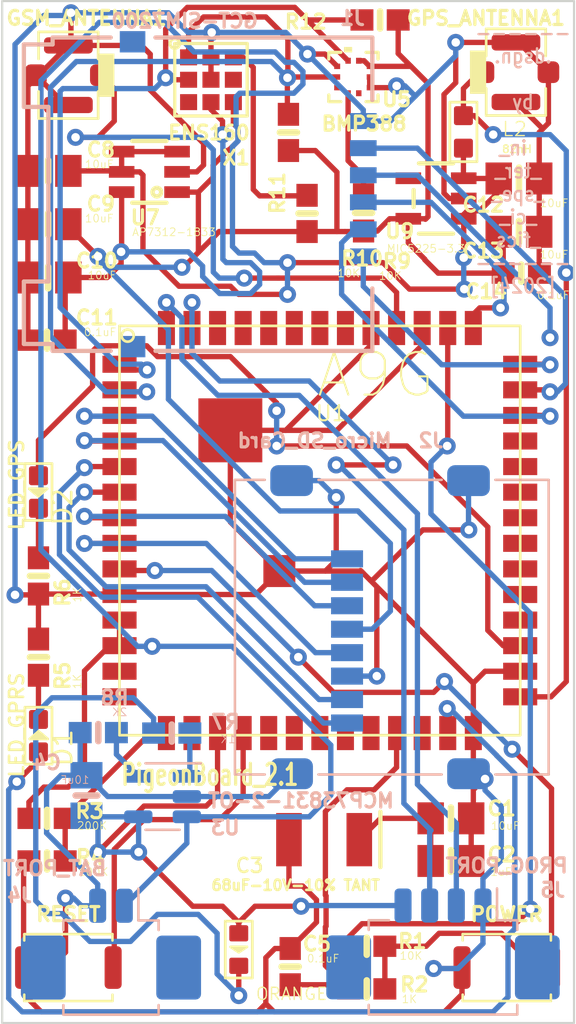
<source format=kicad_pcb>
(kicad_pcb (version 20221018) (generator pcbnew)
  (layers (0 "F.Cu" signal) (31 "B.Cu" signal) (34 "B.Paste" user) (35 "F.Paste" user) (36 "B.SilkS" user "B.Silkscreen") (37 "F.SilkS" user "F.Silkscreen") (38 "B.Mask" user) (39 "F.Mask" user) (44 "Edge.Cuts" user))
  (net 0 "")
  (net 1 "GND")
  (net 2 "/VIN_BAT")
  (net 3 "/IO29")
  (net 4 "/SD_D3")
  (net 5 "/SD_D2")
  (net 6 "/SD_CMD")
  (net 7 "3.3V")
  (net 8 "/SD_CLK")
  (net 9 "/SD_D0")
  (net 10 "/SD_D1")
  (net 11 "/GPS_RF")
  (net 12 "/UART_TX")
  (net 13 "/UART_RX")
  (net 14 "/ADC0")
  (net 15 "/RESET")
  (net 19 "/I2C2_SDA")
  (net 20 "/I2C2_SCL")
  (net 24 "+BATT")
  (net 31 "/SIM_DATA")
  (net 32 "/SIM_VDD")
  (net 33 "/SIM_CLK")
  (net 34 "/SIM_RST")
  (net 35 "/GSM_RF")
  (net 43 "1.8V")
  (net 44 "/PWR_KEY")
  (net 52 "/IO27")
  (net 53 "/IO28")
  (net 55 "Net-(D1-Pad-)")
  (net 56 "Net-(D2-Pad-)")
  (net 57 "+5V")
  (net 58 "Net-(CHG1-Pad-)")
  (net 59 "/VIO")
  (net 60 "Net-(U3-STAT)")
  (net 61 "Net-(U3-PROG)")
  (net 63 "Net-(U5-CSB)")
  (net 64 "Net-(X1-~{CS})")
  (net 65 "/SIM_VPP_UNCONN")
  (footprint "Adafruit ENS160:ENS160" (layer "F.Cu") (at 85.691 56.354)
    (fp_text reference "X1")
    (fp_text value "ENS160")
  )
  (footprint "Adafruit BMP388:0603-NO" (layer "F.Cu") (at 78 93 180)
    (fp_text reference "R4")
    (fp_text value "100K")
  )
  (footprint "Maduino Zero A9G GPS Tracker v3.3:4P-U-FL" (layer "F.Cu") (at 100 56)
    (fp_text reference "GPS_ANTENNA1")
    (fp_text value "ANTENNA-U-FL")
  )
  (footprint "Adafruit BMP388:0603-NO" (layer "F.Cu") (at 77.597 79.629 90)
    (fp_text reference "R6")
    (fp_text value "1K")
  )
  (footprint "Adafruit BMP388:0603-NO" (layer "F.Cu") (at 90.2 62.625 -90)
    (fp_text reference "R10")
    (fp_text value "10K")
  )
  (footprint "Adafruit BMP388:0603-NO" (layer "F.Cu") (at 89.408 97.956 90)
    (fp_text reference "C5")
    (fp_text value "0.1uF")
  )
  (footprint "Button_Switch_SMD:SW_Push_SPST_NO_Alps_SKRK" (layer "F.Cu") (at 79 98 180)
    (fp_text reference "SW_RST1" hide)
    (fp_text value "RESET")
  )
  (footprint "Adafruit BMP388:0805-NO" (layer "F.Cu") (at 100.142 60.985392)
    (fp_text reference "C12")
    (fp_text value "10uF")
  )
  (footprint "Adafruit BMP388:0603-NO" (layer "F.Cu") (at 78 91)
    (fp_text reference "R3")
    (fp_text value "200K")
  )
  (footprint "Adafruit BMP388:0603-NO" (layer "F.Cu") (at 92.85 62.6 -90)
    (fp_text reference "R9")
    (fp_text value "10K")
  )
  (footprint "Adafruit ENS160:SOT23-6" (layer "F.Cu") (at 82.8 60.675 90)
    (fp_text reference "U7")
    (fp_text value "AP7312-1833")
  )
  (footprint "Adafruit BMP388:0603-NO" (layer "F.Cu") (at 77.597 83.439 -90)
    (fp_text reference "R5")
    (fp_text value "1K")
  )
  (footprint "Maduino Zero A9G GPS Tracker v3.3:LED-0603" (layer "F.Cu") (at 77.597 75.692 -90)
    (fp_text reference "D2")
    (fp_text value "LED_GPS")
  )
  (footprint "Adafruit BMP388:SOT23-5" (layer "F.Cu") (at 96.2499 61.925 90)
    (fp_text reference "U9")
    (fp_text value "MIC5225-3.3")
  )
  (footprint "Adafruit ENS160:0805-NO" (layer "F.Cu") (at 78.05 63.13 180)
    (fp_text reference "C9")
    (fp_text value "10uF")
  )
  (footprint "Adafruit ENS160:0603-NO" (layer "F.Cu") (at 78 68.57 180)
    (fp_text reference "C11")
    (fp_text value "0.1uF")
  )
  (footprint "Adafruit BMP388:0603-NO" (layer "F.Cu") (at 93.625 53.55)
    (fp_text reference "R12")
    (fp_text value "4.7K")
  )
  (footprint "Adafruit BMP388:0603-NO" (layer "F.Cu") (at 93 97 180)
    (fp_text reference "R1")
    (fp_text value "10K")
  )
  (footprint "Adafruit BMP388:0603-NO" (layer "F.Cu") (at 100.252 65.425392)
    (fp_text reference "C14")
    (fp_text value "0.1uF")
  )
  (footprint "Adafruit ENS160:0805-NO" (layer "F.Cu") (at 78.05 65.63 180)
    (fp_text reference "C10")
    (fp_text value "10uF")
  )
  (footprint "Maduino Zero A9G GPS Tracker v3.3:EIA3528" (layer "F.Cu") (at 91 92)
    (fp_text reference "C3")
    (fp_text value "68uF-10V-10% TANT")
  )
  (footprint "Adafruit BMP388:0805-NO" (layer "F.Cu") (at 96.95 93 180)
    (fp_text reference "C2")
    (fp_text value "1uF")
  )
  (footprint "Adafruit BMP388:0603-NO" (layer "F.Cu") (at 93 99)
    (fp_text reference "R2")
    (fp_text value "1K")
  )
  (footprint "Adafruit ENS160:0805-NO" (layer "F.Cu") (at 78.05 60.63 180)
    (fp_text reference "C8")
    (fp_text value "10uF")
  )
  (footprint "Maduino Zero A9G GPS Tracker v3.3:L0603" (layer "F.Cu") (at 97.536 58.801 -90)
    (fp_text reference "L2")
    (fp_text value "82nH")
  )
  (footprint "Adafruit BMP388:0805-NO" (layer "F.Cu") (at 100.142 63.485392)
    (fp_text reference "C13")
    (fp_text value "10uF")
  )
  (footprint "footprints:QFN_BMP388_BOS" (layer "F.Cu") (at 92.375 56.225)
    (fp_text reference "U5")
    (fp_text value "BMP388")
  )
  (footprint "Maduino Zero A9G GPS Tracker v3.3:4P-U-FL" (layer "F.Cu") (at 79 56.141642 180)
    (fp_text reference "GSM_ANTENNA1")
    (fp_text value "ANTENNA-U-FL")
  )
  (footprint "Maduino Zero A9G GPS Tracker v3.3:A9G" (layer "F.Cu") (at 90.8 77.5)
    (fp_text reference "U1")
    (fp_text value "A9G")
  )
  (footprint "Adafruit BMP388:0805-NO" (layer "F.Cu") (at 96.95 91 180)
    (fp_text reference "C1")
    (fp_text value "10uF")
  )
  (footprint "Button_Switch_SMD:SW_Push_SPST_NO_Alps_SKRK" (layer "F.Cu") (at 99.569479 98 180)
    (fp_text reference "SW_POW1" hide)
    (fp_text value "POWER")
  )
  (footprint "Adafruit BMP388:0603-NO" (layer "F.Cu") (at 89.325 58.825 -90)
    (fp_text reference "R11")
    (fp_text value "4.7K")
  )
  (footprint "Maduino Zero A9G GPS Tracker v3.3:LED-0603" (layer "F.Cu") (at 77.597 87.122 90)
    (fp_text reference "D1")
    (fp_text value "LED_GPRS")
  )
  (footprint "Maduino Zero A9G GPS Tracker v3.3:D0603" (layer "F.Cu") (at 86.995 97.155 -90)
    (fp_text reference "CHG1")
    (fp_text value "ORANGE")
  )
  (footprint "sim7200:GCT_SIM7200-6-0-18-00-X_REVA" (layer "B.Cu") (at 85.087 61.723 -90)
    (fp_text reference "J1")
    (fp_text value "SIM7200-6-0-18-00-X_REVA")
  )
  (footprint "Connector_Molex:Molex_PicoBlade_53261-0471_1x04-1MP_P1.25mm_Horizontal" (layer "B.Cu") (at 96.577191 97.491398 180)
    (fp_text reference "J5")
    (fp_text value "PROG_PORT")
  )
  (footprint "Connector_Molex:Molex_PicoBlade_53261-0271_1x02-1MP_P1.25mm_Horizontal" (layer "B.Cu") (at 81 97.5 180)
    (fp_text reference "J4")
    (fp_text value "BAT_PORT")
  )
  (footprint "Adafruit BMP388:0805-NO" (layer "B.Cu") (at 79.85 89.929227 -90)
    (fp_text reference "C4")
    (fp_text value "10uF")
  )
  (footprint "Connector_Card:microSD_HC_Molex_47219-2001" (layer "B.Cu") (at 94.175 82.033 -90)
    (fp_text reference "J2")
    (fp_text value "Micro_SD_Card")
  )
  (footprint "Package_TO_SOT_SMD:SOT-23-5" (layer "B.Cu") (at 83.420188 89.978133 180)
    (fp_text reference "U3")
    (fp_text value "MCP73831-2-OT")
  )
  (footprint "Adafruit BMP388:0603-NO" (layer "B.Cu") (at 80.404275 86.978523 180)
    (fp_text reference "R8")
    (fp_text value "2K")
  )
  (footprint "Adafruit BMP388:0603-NO" (layer "B.Cu") (at 83.85 87)
    (fp_text reference "R7")
    (fp_text value "1K")
  )
  (gr_rect (start 75.895 52.663278) (end 102.725 100.6) (stroke (width 0.1)) (fill none) (layer "Edge.Cuts"))
  (gr_text "------\n.dsgn.\n\n  by  \n\n  in_\n _ter_\n _spe_\n _ci_\n _fics\n------\n[2024]" (at 100.33 66.421) (layer "B.SilkS") (effects (font (size 0.67 0.6) (thickness 0.11) bold) (justify bottom mirror)))
  (gr_text "PigeonBoard_2.1" (at 81.407 89.535) (layer "F.SilkS") (effects (font (size 0.99 0.66)) (justify left bottom)))
  (segment (start 86.6 77.1) (end 88.9 79.4) (width 0.25) (layer "F.Cu") (net 1))
  (segment (start 98.552 89.154) (end 98.508 89.154) (width 0.25) (layer "F.Cu") (net 1))
  (segment (start 88.9 79.4) (end 91.059 79.4) (width 0.25) (layer "F.Cu") (net 1))
  (segment (start 98 88.602) (end 98 88.519) (width 0.25) (layer "F.Cu") (net 1))
  (segment (start 100 54.603) (end 100.127 54.603) (width 0.25) (layer "F.Cu") (net 1))
  (segment (start 88.265 99.695) (end 87.884 100.076) (width 0.25) (layer "F.Cu") (net 1))
  (segment (start 93.472 80.137) (end 97.987 84.652) (width 0.25) (layer "F.Cu") (net 1))
  (segment (start 81.379 80.479) (end 81.4 80.5) (width 0.25) (layer "F.Cu") (net 1))
  (segment (start 98.508 89.154) (end 98 89.662) (width 0.25) (layer "F.Cu") (net 1))
  (segment (start 77.597 80.479) (end 81.379 80.479) (width 0.25) (layer "F.Cu") (net 1))
  (segment (start 85.691 55.304) (end 85.691 54.1675) (width 0.25) (layer "F.Cu") (net 1))
  (segment (start 78.873 57.538642) (end 77.476 56.141642) (width 0.25) (layer "F.Cu") (net 1))
  (segment (start 91.6 72.8) (end 89.2 72.8) (width 0.25) (layer "F.Cu") (net 1))
  (segment (start 100.127 54.603) (end 101.524 56) (width 0.25) (layer "F.Cu") (net 1))
  (segment (start 92.837 79.502) (end 92.735 79.4) (width 0.25) (layer "F.Cu") (net 1))
  (segment (start 76.4975 80.518) (end 77.558 80.518) (width 0.25) (layer "F.Cu") (net 1))
  (segment (start 85.691 55.304) (end 85.691 56.354) (width 0.25) (layer "F.Cu") (net 1))
  (segment (start 76.9 99.252) (end 76.9 98) (width 0.25) (layer "F.Cu") (net 1))
  (segment (start 93.2815 79.8195) (end 93.1545 79.8195) (width 0.25) (layer "F.Cu") (net 1))
  (segment (start 101.092 58.821244) (end 101.258122 58.655122) (width 0.25) (layer "F.Cu") (net 1))
  (segment (start 97.79 77.47) (end 95.631 77.47) (width 0.25) (layer "F.Cu") (net 1))
  (segment (start 97.175 56.493604) (end 96.625 57.043604) (width 0.25) (layer "F.Cu") (net 1))
  (segment (start 84.1 60.675) (end 85.025 60.675) (width 0.25) (layer "F.Cu") (net 1))
  (segment (start 93.472 84.328) (end 93.472 80.137) (width 0.25) (layer "F.Cu") (net 1))
  (segment (start 89.35 94.176) (end 89.994305 94.176) (width 0.25) (layer "F.Cu") (net 1))
  (segment (start 91.567 78.892) (end 91.059 79.4) (width 0.25) (layer "F.Cu") (net 1))
  (segment (start 95.6 68.8) (end 91.6 72.8) (width 0.25) (layer "F.Cu") (net 1))
  (segment (start 89.994305 94.176) (end 90.641 94.822695) (width 0.25) (layer "F.Cu") (net 1))
  (segment (start 88.265 97.536) (end 88.265 99.695) (width 0.25) (layer "F.Cu") (net 1))
  (segment (start 91.037199 55.1492) (end 91.613 55.725001) (width 0.25) (layer "F.Cu") (net 1))
  (segment (start 87.884 100.076) (end 77.724 100.076) (width 0.25) (layer "F.Cu") (net 1))
  (segment (start 77.1 56.644642) (end 77.603 56.141642) (width 0.25) (layer "F.Cu") (net 1))
  (segment (start 77.1 65.63) (end 77.1 68.52) (width 0.25) (layer "F.Cu") (net 1))
  (segment (start 77.1 63.13) (end 77.1 65.63) (width 0.25) (layer "F.Cu") (net 1))
  (segment (start 96.139 98.044) (end 97.425479 98.044) (width 0.25) (layer "F.Cu") (net 1))
  (segment (start 79.121 54.623642) (end 79 54.744642) (width 0.25) (layer "F.Cu") (net 1))
  (segment (start 77.558 80.518) (end 77.597 80.479) (width 0.25) (layer "F.Cu") (net 1))
  (segment (start 87.8 80.5) (end 88.9 79.4) (width 0.25) (layer "F.Cu") (net 1))
  (segment (start 89.408 97.106) (end 88.695 97.106) (width 0.25) (layer "F.Cu") (net 1))
  (segment (start 97.9 91) (end 97.9 93) (width 0.25) (layer "F.Cu") (net 1))
  (segment (start 90.641 94.822695) (end 90.641 95.873) (width 0.25) (layer "F.Cu") (net 1))
  (segment (start 82.430642 54.744642) (end 82.841 55.155) (width 0.25) (layer "F.Cu") (net 1))
  (segment (start 77.1 68.52) (end 77.15 68.57) (width 0.25) (layer "F.Cu") (net 1))
  (segment (start 79.121 53.213) (end 79.121 54.623642) (width 0.25) (layer "F.Cu") (net 1))
  (segment (start 98 89.662) (end 98 90.9) (width 0.25) (layer "F.Cu") (net 1))
  (segment (start 78.061 98) (end 76.9 98) (width 0.25) (layer "F.Cu") (net 1))
  (segment (start 86.6 72.8) (end 86.6 77.1) (width 0.25) (layer "F.Cu") (net 1))
  (segment (start 82.841 55.155) (end 82.841 56.83862) (width 0.25) (layer "F.Cu") (net 1))
  (segment (start 98 87) (end 98 88.519) (width 0.25) (layer "F.Cu") (net 1))
  (segment (start 96.625 61.675) (end 96.875 61.925) (width 0.25) (layer "F.Cu") (net 1))
  (segment (start 77.1 56.517642) (end 77.476 56.141642) (width 0.25) (layer "F.Cu") (net 1))
  (segment (start 92.837 79.502) (end 92.71 79.375) (width 0.25) (layer "F.Cu") (net 1))
  (segment (start 79 54.617642) (end 79 54.744642) (width 0.25) (layer "F.Cu") (net 1))
  (segment (start 76.9 93.25) (end 77.15 93) (width 0.25) (layer "F.Cu") (net 1))
  (segment (start 101.092 65.415392) (end 101.102 65.425392) (width 0.25) (layer "F.Cu") (net 1))
  (segment (start 85.344 60.356) (end 85.344 59.34162) (width 0.25) (layer "F.Cu") (net 1))
  (segment (start 77.597 82.589) (end 77.597 80.479) (width 0.25) (layer "F.Cu") (net 1))
  (segment (start 89.2 72.8) (end 86.6 72.8) (width 0.25) (layer "F.Cu") (net 1))
  (segment (start 94.317244 56.724999) (end 94.401415 56.640828) (width 0.25) (layer "F.Cu") (net 1))
  (segment (start 79 54.744642) (end 77.603 56.141642) (width 0.25) (layer "F.Cu") (net 1))
  (segment (start 97.469479 99.253521) (end 96.647 100.076) (width 0.25) (layer "F.Cu") (net 1))
  (segment (start 97.987 84.652) (end 98 84.652) (width 0.25) (layer "F.Cu") (net 1))
  (segment (start 79 57.538642) (end 78.873 57.538642) (width 0.25) (layer "F.Cu") (net 1))
  (segment (start 97.175 54.603) (end 97.175 56.493604) (width 0.25) (layer "F.Cu") (net 1))
  (segment (start 88.646 100.076) (end 88.265 99.695) (width 0.25) (layer "F.Cu") (net 1))
  (segment (start 98 84.652) (end 98.552 84.1) (width 0.25) (layer "F.Cu") (net 1))
  (segment (start 100.2 84.1) (end 98.552 84.1) (width 0.25) (layer "F.Cu") (net 1))
  (segment (start 97.425479 98.044) (end 97.469479 98) (width 0.25) (layer "F.Cu") (net 1))
  (segment (start 101.524 58.389244) (end 101.258122 58.655122) (width 0.25) (layer "F.Cu") (net 1))
  (segment (start 93.2 68.8) (end 89.2 72.8) (width 0.25) (layer "F.Cu") (net 1))
  (segment (start 78.867 97.282) (end 78.105 98.044) (width 0.25) (layer "F.Cu") (net 1))
  (segment (start 96.647 100.076) (end 88.646 100.076) (width 0.25) (layer "F.Cu") (net 1))
  (segment (start 101.092 60.985392) (end 101.092 63.485392) (width 0.25) (layer "F.Cu") (net 1))
  (segment (start 81.4 80.5) (end 87.8 80.5) (width 0.25) (layer "F.Cu") (net 1))
  (segment (start 97.175 54.603) (end 100 54.603) (width 0.25) (layer "F.Cu") (net 1))
  (segment (start 93.137 56.225) (end 93.137 56.724999) (width 0.25) (layer "F.Cu") (net 1))
  (segment (start 79 54.744642) (end 82.430642 54.744642) (width 0.25) (layer "F.Cu") (net 1))
  (segment (start 98 87) (end 98 84.652) (width 0.25) (layer "F.Cu") (net 1))
  (segment (start 77.1 60.63) (end 77.1 56.517642) (width 0.25) (layer "F.Cu") (net 1))
  (segment (start 88.695 97.106) (end 88.265 97.536) (width 0.25) (layer "F.Cu") (net 1))
  (segment (start 97.469479 98) (end 97.469479 99.253521) (width 0.25) (layer "F.Cu") (net 1))
  (segment (start 90.219811 55.1492) (end 91.037199 55.1492) (width 0.25) (layer "F.Cu") (net 1))
  (segment (start 101.524 56) (end 101.524 58.389244) (width 0.25) (layer "F.Cu") (net 1))
  (segment (start 96.875 61.925) (end 97.55 61.925) (width 0.25) (layer "F.Cu") (net 1))
  (segment (start 93.137 56.724999) (end 94.317244 56.724999) (width 0.25) (layer "F.Cu") (net 1))
  (segment (start 93.2 68) (end 93.2 68.8) (width 0.25) (layer "F.Cu") (net 1))
  (segment (start 91.567 75.946) (end 91.567 78.892) (width 0.25) (layer "F.Cu") (net 1))
  (segment (start 96.625 57.043604) (end 96.625 61.675) (width 0.25) (layer "F.Cu") (net 1))
  (segment (start 89.35 92) (end 89.35 94.176) (width 0.25) (layer "F.Cu") (net 1))
  (segment (start 98.552 89.154) (end 98 88.602) (width 0.25) (layer "F.Cu") (net 1))
  (segment (start 98 90.9) (end 97.9 91) (width 0.25) (layer "F.Cu") (net 1))
  (segment (start 76.9 98) (end 76.9 93.25) (width 0.25) (layer "F.Cu") (net 1))
  (segment (start 101.092 63.485392) (end 101.092 65.415392) (width 0.25) (layer "F.Cu") (net 1))
  (segment (start 95.631 77.47) (end 93.2815 79.8195) (width 0.25) (layer "F.Cu") (net 1))
  (segment (start 93.1545 79.8195) (end 92.837 79.502) (width 0.25) (layer "F.Cu") (net 1))
  (segment (start 77.724 100.076) (end 76.9 99.252) (width 0.25) (layer "F.Cu") (net 1))
  (segment (start 92.735 79.4) (end 91.059 79.4) (width 0.25) (layer "F.Cu") (net 1))
  (segment (start 101.258122 58.655122) (end 100 57.397) (width 0.25) (layer "F.Cu") (net 1))
  (segment (start 82.841 56.83862) (end 85.344 59.34162) (width 0.25) (layer "F.Cu") (net 1))
  (segment (start 77.1 60.63) (end 77.1 63.13) (width 0.25) (layer "F.Cu") (net 1))
  (segment (start 90.641 95.873) (end 89.408 97.106) (width 0.25) (layer "F.Cu") (net 1))
  (segment (start 95.6 68) (end 95.6 68.8) (width 0.25) (layer "F.Cu") (net 1))
  (segment (start 85.025 60.675) (end 85.344 60.356) (width 0.25) (layer "F.Cu") (net 1))
  (segment (start 85.691 54.1675) (end 85.725 54.1335) (width 0.25) (layer "F.Cu") (net 1))
  (segment (start 101.092 60.985392) (end 101.092 58.821244) (width 0.25) (layer "F.Cu") (net 1))
  (segment (start 93.472 80.137) (end 93.1545 79.8195) (width 0.25) (layer "F.Cu") (net 1))
  (segment (start 78.867 94.742) (end 78.867 97.282) (width 0.25) (layer "F.Cu") (net 1))
  (via (at 76.4975 80.518) (size 0.8) (drill 0.4) (layers "F.Cu" "B.Cu") (net 1))
  (via (at 94.401415 56.640828) (size 0.8) (drill 0.4) (layers "F.Cu" "B.Cu") (net 1))
  (via (at 98.552 89.154) (size 0.8) (drill 0.4) (layers "F.Cu" "B.Cu") (net 1))
  (via (at 96.139 98.044) (size 0.8) (drill 0.4) (layers "F.Cu" "B.Cu") (net 1))
  (via (at 97.175 54.603) (size 0.8) (drill 0.4) (layers "F.Cu" "B.Cu") (net 1))
  (via (at 78.867 94.742) (size 0.8) (drill 0.4) (layers "F.Cu" "B.Cu") (net 1))
  (via (at 91.567 75.946) (size 0.8) (drill 0.4) (layers "F.Cu" "B.Cu") (net 1))
  (via (at 79.121 53.213) (size 0.8) (drill 0.4) (layers "F.Cu" "B.Cu") (net 1))
  (via (at 93.472 84.328) (size 0.8) (drill 0.4) (layers "F.Cu" "B.Cu") (net 1))
  (via (at 85.725 54.1335) (size 0.8) (drill 0.4) (layers "F.Cu" "B.Cu") (net 1))
  (via (at 97.79 77.47) (size 0.8) (drill 0.4) (layers "F.Cu" "B.Cu") (net 1))
  (via (at 90.219811 55.1492) (size 0.8) (drill 0.4) (layers "F.Cu" "B.Cu") (net 1))
  (segment (start 98.452191 96.873809) (end 98.452191 95.091398) (width 0.25) (layer "B.Cu") (net 1))
  (segment (start 97.775 77.455) (end 97.79 77.47) (width 0.25) (layer "B.Cu") (net 1))
  (segment (start 85.725 54.1335) (end 89.2 54.1335) (width 0.25) (layer "B.Cu") (net 1))
  (segment (start 77.851 53.34) (end 78.994 53.34) (width 0.25) (layer "B.Cu") (net 1))
  (segment (start 98.021 89.154) (end 97.775 88.908) (width 0.25) (layer "B.Cu") (net 1))
  (segment (start 99.314 92.964) (end 98.452191 93.825809) (width 0.25) (layer "B.Cu") (net 1))
  (segment (start 98.552 89.685) (end 99.291 90.424) (width 0.25) (layer "B.Cu") (net 1))
  (segment (start 84.557688 89.978133) (end 88.404867 89.978133) (width 0.25) (layer "B.Cu") (net 1))
  (segment (start 79.554275 88.683502) (end 79.85 88.979227) (width 0.25) (layer "B.Cu") (net 1))
  (segment (start 97.175 54.603) (end 97.175 55.225) (width 0.25) (layer "B.Cu") (net 1))
  (segment (start 92.837 57.766389) (end 92.837 58.293) (width 0.25) (layer "B.Cu") (net 1))
  (segment (start 76.4975 54.6935) (end 77.851 53.34) (width 0.25) (layer "B.Cu") (net 1))
  (segment (start 77.978 89.662) (end 78.660773 88.979227) (width 0.25) (layer "B.Cu") (net 1))
  (segment (start 97.775 75.158) (end 97.775 77.455) (width 0.25) (layer "B.Cu") (net 1))
  (segment (start 98.452191 93.825809) (end 98.452191 95.091398) (width 0.25) (layer "B.Cu") (net 1))
  (segment (start 79.554275 86.978523) (end 79.554275 88.683502) (width 0.25) (layer "B.Cu") (net 1))
  (segment (start 90.219811 55.030189) (end 90.25 55) (width 0.25) (layer "B.Cu") (net 1))
  (segment (start 99.314 90.424) (end 99.314 92.964) (width 0.25) (layer "B.Cu") (net 1))
  (segment (start 77.978 91.694) (end 77.978 89.662) (width 0.25) (layer "B.Cu") (net 1))
  (segment (start 94.790828 56.640828) (end 95.275 57.125) (width 0.25) (layer "B.Cu") (net 1))
  (segment (start 90.219811 55.1492) (end 92.837 57.766389) (width 0.25) (layer "B.Cu") (net 1))
  (segment (start 90.779 75.158) (end 91.567 75.946) (width 0.25) (layer "B.Cu") (net 1))
  (segment (start 94.107 58.293) (end 92.837 58.293) (width 0.25) (layer "B.Cu") (net 1))
  (segment (start 80.375 94.091) (end 77.978 91.694) (width 0.25) (layer "B.Cu") (net 1))
  (segment (start 97.282 98.044) (end 98.452191 96.873809) (width 0.25) (layer "B.Cu") (net 1))
  (segment (start 78.867 94.742) (end 79.248 94.742) (width 0.25) (layer "B.Cu") (net 1))
  (segment (start 79.652 95.1) (end 80.375 95.1) (width 0.25) (layer "B.Cu") (net 1))
  (segment (start 97.175 55.225) (end 95.275 57.125) (width 0.25) (layer "B.Cu") (net 1))
  (segment (start 79.629 95.123) (end 79.652 95.1) (width 0.25) (layer "B.Cu") (net 1))
  (segment (start 95.275 57.125) (end 94.107 58.293) (width 0.25) (layer "B.Cu") (net 1))
  (segment (start 98.552 89.154) (end 98.021 89.154) (width 0.25) (layer "B.Cu") (net 1))
  (segment (start 92.075 84.328) (end 93.472 84.328) (width 0.25) (layer "B.Cu") (net 1))
  (segment (start 98.552 89.154) (end 98.552 89.685) (width 0.25) (layer "B.Cu") (net 1))
  (segment (start 99.291 90.424) (end 99.314 90.424) (width 0.25) (layer "B.Cu") (net 1))
  (segment (start 96.139 98.044) (end 97.282 98.044) (width 0.25) (layer "B.Cu") (net 1))
  (segment (start 88.404867 89.978133) (end 89.475 88.908) (width 0.25) (layer "B.Cu") (net 1))
  (segment (start 78.660773 88.979227) (end 79.85 88.979227) (width 0.25) (layer "B.Cu") (net 1))
  (segment (start 76.4975 80.518) (end 76.4975 54.6935) (width 0.25) (layer "B.Cu") (net 1))
  (segment (start 80.375 95.1) (end 80.375 94.091) (width 0.25) (layer "B.Cu") (net 1))
  (segment (start 90.2157 55.1492) (end 89.2 54.1335) (width 0.25) (layer "B.Cu") (net 1))
  (segment (start 84.6135 54.1335) (end 83.693 53.213) (width 0.25) (layer "B.Cu") (net 1))
  (segment (start 78.994 53.34) (end 79.121 53.213) (width 0.25) (layer "B.Cu") (net 1))
  (segment (start 83.693 53.213) (end 79.121 53.213) (width 0.25) (layer "B.Cu") (net 1))
  (segment (start 90.219811 55.1492) (end 90.219811 55.030189) (width 0.25) (layer "B.Cu") (net 1))
  (segment (start 89.475 75.158) (end 90.779 75.158) (width 0.25) (layer "B.Cu") (net 1))
  (segment (start 90.219811 55.1492) (end 90.2157 55.1492) (width 0.25) (layer "B.Cu") (net 1))
  (segment (start 85.725 54.1335) (end 84.6135 54.1335) (width 0.25) (layer "B.Cu") (net 1))
  (segment (start 94.401415 56.640828) (end 94.790828 56.640828) (width 0.25) (layer "B.Cu") (net 1))
  (segment (start 84.557688 89.978133) (end 80.848906 89.978133) (width 0.25) (layer "B.Cu") (net 1))
  (segment (start 79.248 94.742) (end 79.629 95.123) (width 0.25) (layer "B.Cu") (net 1))
  (segment (start 80.848906 89.978133) (end 79.85 88.979227) (width 0.25) (layer "B.Cu") (net 1))
  (segment (start 93.65 91) (end 92.65 92) (width 0.25) (layer "F.Cu") (net 2))
  (segment (start 96 91) (end 93.65 91) (width 0.25) (layer "F.Cu") (net 2))
  (segment (start 96 91) (end 96 93) (width 0.25) (layer "F.Cu") (net 2))
  (segment (start 91.091 96.059396) (end 91.091 94.636299) (width 0.25) (layer "F.Cu") (net 3))
  (segment (start 91.059 97.909) (end 92.15 99) (width 0.25) (layer "F.Cu") (net 3))
  (segment (start 94.4 87) (end 94.4 88.607) (width 0.25) (layer "F.Cu") (net 3))
  (segment (start 91.059 96.091396) (end 91.059 97.909) (width 0.25) (layer "F.Cu") (net 3))
  (segment (start 89.408 98.806) (end 91.956 98.806) (width 0.25) (layer "F.Cu") (net 3))
  (segment (start 91.059 90.678) (end 91.059 94.604299) (width 0.25) (layer "F.Cu") (net 3))
  (segment (start 94.4 88.607) (end 93.345 89.662) (width 0.25) (layer "F.Cu") (net 3))
  (segment (start 93.345 89.662) (end 92.075 89.662) (width 0.25) (layer "F.Cu") (net 3))
  (segment (start 91.059 96.091396) (end 91.091 96.059396) (width 0.25) (layer "F.Cu") (net 3))
  (segment (start 91.091 94.636299) (end 91.059 94.604299) (width 0.25) (layer "F.Cu") (net 3))
  (segment (start 92.075 89.662) (end 91.059 90.678) (width 0.25) (layer "F.Cu") (net 3))
  (segment (start 91.956 98.806) (end 92.15 99) (width 0.25) (layer "F.Cu") (net 3))
  (segment (start 79.792 72.1) (end 79.756 72.136) (width 0.25) (layer "F.Cu") (net 4))
  (segment (start 81.364 72.136) (end 81.4 72.1) (width 0.25) (layer "F.Cu") (net 4))
  (segment (start 79.756 72.136) (end 81.364 72.136) (width 0.25) (layer "F.Cu") (net 4))
  (via (at 79.756 72.136) (size 0.8) (drill 0.4) (layers "F.Cu" "B.Cu") (net 4))
  (segment (start 89.623 78.828) (end 82.931 72.136) (width 0.25) (layer "B.Cu") (net 4))
  (segment (start 82.931 72.136) (end 79.756 72.136) (width 0.25) (layer "B.Cu") (net 4))
  (segment (start 92.075 78.828) (end 89.623 78.828) (width 0.25) (layer "B.Cu") (net 4))
  (segment (start 79.776998 73.3) (end 79.756 73.279002) (width 0.25) (layer "F.Cu") (net 5))
  (segment (start 81.4 73.3) (end 79.776998 73.3) (width 0.25) (layer "F.Cu") (net 5))
  (via (at 79.756 73.279002) (size 0.8) (drill 0.4) (layers "F.Cu" "B.Cu") (net 5))
  (segment (start 79.756002 73.279) (end 79.756 73.279002) (width 0.25) (layer "B.Cu") (net 5))
  (segment (start 90.088 79.928) (end 83.439 73.279) (width 0.25) (layer "B.Cu") (net 5))
  (segment (start 83.439 73.279) (end 79.756002 73.279) (width 0.25) (layer "B.Cu") (net 5))
  (segment (start 92.075 79.928) (end 90.088 79.928) (width 0.25) (layer "B.Cu") (net 5))
  (segment (start 81.4 76.9) (end 79.821 76.9) (width 0.25) (layer "F.Cu") (net 6))
  (segment (start 79.821 76.9) (end 79.756 76.835) (width 0.25) (layer "F.Cu") (net 6))
  (via (at 79.756 76.835) (size 0.8) (drill 0.4) (layers "F.Cu" "B.Cu") (net 6))
  (segment (start 92.075 81.028) (end 90.553 81.028) (width 0.25) (layer "B.Cu") (net 6))
  (segment (start 90.553 81.028) (end 86.36 76.835) (width 0.25) (layer "B.Cu") (net 6))
  (segment (start 86.36 76.835) (end 79.756 76.835) (width 0.25) (layer "B.Cu") (net 6))
  (segment (start 92.874999 55.463) (end 93.137 55.725001) (width 0.25) (layer "F.Cu") (net 7))
  (segment (start 93.137 55.725001) (end 95.076001 55.725001) (width 0.25) (layer "F.Cu") (net 7))
  (segment (start 84.328 65.1505) (end 84.3995 65.1505) (width 0.25) (layer "F.Cu") (net 7))
  (segment (start 85.794 60.931) (end 85.1 61.625) (width 0.25) (layer "F.Cu") (net 7))
  (segment (start 86.741 58.410695) (end 86.741 57.404) (width 0.25) (layer "F.Cu") (net 7))
  (segment (start 86.497 59.653) (end 85.794 60.356) (width 0.25) (layer "F.Cu") (net 7))
  (segment (start 85.1 64.45) (end 85.1 61.625) (width 0.25) (layer "F.Cu") (net 7))
  (segment (start 90.2 63.475) (end 91.975 63.475) (width 0.25) (layer "F.Cu") (net 7))
  (segment (start 92.825 63.475) (end 92.85 63.45) (width 0.25) (layer "F.Cu") (net 7))
  (segment (start 99.192 63.485392) (end 98.923392 63.754) (width 0.25) (layer "F.Cu") (net 7))
  (segment (start 86.533305 59.653) (end 86.497 59.653) (width 0.25) (layer "F.Cu") (net 7))
  (segment (start 96.350392 65.425392) (end 99.568122 65.425392) (width 0.25) (layer "F.Cu") (net 7))
  (segment (start 94.9498 63.9998) (end 95.725 64.775) (width 0.25) (layer "F.Cu") (net 7))
  (segment (start 95.875 62.775) (end 95.825 62.825) (width 0.25) (layer "F.Cu") (net 7))
  (segment (start 95.825 62.825) (end 95.775 62.875) (width 0.25) (layer "F.Cu") (net 7))
  (segment (start 95.825 62.825) (end 95.75 62.9) (width 0.25) (layer "F.Cu") (net 7))
  (segment (start 92.925 63.525) (end 92.85 63.45) (width 0.25) (layer "F.Cu") (net 7))
  (segment (start 95.775 62.875) (end 94.9498 62.875) (width 0.25) (layer "F.Cu") (net 7))
  (segment (start 86.741 58.410695) (end 86.958 58.627695) (width 0.25) (layer "F.Cu") (net 7))
  (segment (start 79 63.252) (end 80.391 64.643) (width 0.25) (layer "F.Cu") (net 7))
  (segment (start 86.958 59.228305) (end 86.533305 59.653) (width 0.25) (layer "F.Cu") (net 7))
  (segment (start 95.725 64.8) (end 96.350392 65.425392) (width 0.25) (layer "F.Cu") (net 7))
  (segment (start 84.1 61.625) (end 85.1 61.625) (width 0.25) (layer "F.Cu") (net 7))
  (segment (start 95.725 64.775) (end 95.725 64.8) (width 0.25) (layer "F.Cu") (net 7))
  (segment (start 90.2 63.475) (end 86.075 63.475) (width 0.25) (layer "F.Cu") (net 7))
  (segment (start 86.995 57.658) (end 86.741 57.404) (width 0.25) (layer "F.Cu") (net 7))
  (segment (start 94.475 55.124) (end 95.076001 55.725001) (width 0.25) (layer "F.Cu") (net 7))
  (segment (start 84.3995 65.1505) (end 85.1 64.45) (width 0.25) (layer "F.Cu") (net 7))
  (segment (start 94.075 62.875) (end 94.9498 62.875) (width 0.25) (layer "F.Cu") (net 7))
  (segment (start 89.325 59.675) (end 90.5875 59.675) (width 0.25) (layer "F.Cu") (net 7))
  (segment (start 94.475 53.55) (end 94.475 55.124) (width 0.25) (layer "F.Cu") (net 7))
  (segment (start 92.625 55.463) (end 92.874999 55.463) (width 0.25) (layer "F.Cu") (net 7))
  (segment (start 92.85 63.45) (end 93.5 63.45) (width 0.25) (layer "F.Cu") (net 7))
  (segment (start 94.9498 62.875) (end 94.9498 63.9998) (width 0.25) (layer "F.Cu") (net 7))
  (segment (start 90.5875 59.675) (end 91.6 60.6875) (width 0.25) (layer "F.Cu") (net 7))
  (segment (start 93.5 63.45) (end 94.075 62.875) (width 0.25) (layer "F.Cu") (net 7))
  (segment (start 99.402 63.695392) (end 99.192 63.485392) (width 0.25) (layer "F.Cu") (net 7))
  (segment (start 91.6 60.6875) (end 91.6 63.475) (width 0.25) (layer "F.Cu") (net 7))
  (segment (start 95.875 56.524) (end 95.875 62.775) (width 0.25) (layer "F.Cu") (net 7))
  (segment (start 91.975 63.475) (end 92.825 63.475) (width 0.25) (layer "F.Cu") (net 7))
  (segment (start 85.794 60.356) (end 85.794 60.931) (width 0.25) (layer "F.Cu") (net 7))
  (segment (start 79 63.13) (end 79 63.252) (width 0.25) (layer "F.Cu") (net 7))
  (segment (start 86.958 58.627695) (end 86.958 59.228305) (width 0.25) (layer "F.Cu") (net 7))
  (segment (start 99.402 65.425392) (end 99.402 63.695392) (width 0.25) (layer "F.Cu") (net 7))
  (segment (start 85.1 64.45) (end 86.075 63.475) (width 0.25) (layer "F.Cu") (net 7))
  (segment (start 95.076001 55.725001) (end 95.875 56.524) (width 0.25) (layer "F.Cu") (net 7))
  (segment (start 93.15 63.525) (end 92.85 63.225) (width 0.25) (layer "F.Cu") (net 7))
  (via (at 84.328 65.1505) (size 0.8) (drill 0.4) (layers "F.Cu" "B.Cu") (net 7))
  (via (at 80.391 64.643) (size 0.8) (drill 0.4) (layers "F.Cu" "B.Cu") (net 7))
  (segment (start 92.075 82.128) (end 93.259 82.128) (width 0.25) (layer "B.Cu") (net 7))
  (segment (start 80.7725 65.1505) (end 80.772 65.151) (width 0.25) (layer "B.Cu") (net 7))
  (segment (start 88.93272 76.581) (end 83.693 71.34128) (width 0.25) (layer "B.Cu") (net 7))
  (segment (start 83.693 68.072) (end 81.0895 65.4685) (width 0.25) (layer "B.Cu") (net 7))
  (segment (start 80.391 64.643) (end 80.391 64.77) (width 0.25) (layer "B.Cu") (net 7))
  (segment (start 83.693 71.34128) (end 83.693 68.072) (width 0.25) (layer "B.Cu") (net 7))
  (segment (start 92.583 76.581) (end 88.93272 76.581) (width 0.25) (layer "B.Cu") (net 7))
  (segment (start 94.107 81.28) (end 94.107 78.105) (width 0.25) (layer "B.Cu") (net 7))
  (segment (start 80.391 64.77) (end 80.772 65.151) (width 0.25) (layer "B.Cu") (net 7))
  (segment (start 84.328 65.1505) (end 80.7725 65.1505) (width 0.25) (layer "B.Cu") (net 7))
  (segment (start 81.0895 65.4685) (end 80.772 65.151) (width 0.25) (layer "B.Cu") (net 7))
  (segment (start 94.107 78.105) (end 92.583 76.581) (width 0.25) (layer "B.Cu") (net 7))
  (segment (start 93.259 82.128) (end 94.107 81.28) (width 0.25) (layer "B.Cu") (net 7))
  (segment (start 81.4 78.1) (end 79.761 78.1) (width 0.25) (layer "F.Cu") (net 8))
  (segment (start 79.761 78.1) (end 79.756 78.105) (width 0.25) (layer "F.Cu") (net 8))
  (via (at 79.756 78.105) (size 0.8) (drill 0.4) (layers "F.Cu" "B.Cu") (net 8))
  (segment (start 85.471 78.105) (end 90.594 83.228) (width 0.25) (layer "B.Cu") (net 8))
  (segment (start 90.594 83.228) (end 92.075 83.228) (width 0.25) (layer "B.Cu") (net 8))
  (segment (start 79.756 78.105) (end 85.471 78.105) (width 0.25) (layer "B.Cu") (net 8))
  (segment (start 81.4 75.7) (end 79.764 75.7) (width 0.25) (layer "F.Cu") (net 9))
  (segment (start 79.764 75.7) (end 79.756 75.692) (width 0.25) (layer "F.Cu") (net 9))
  (via (at 79.756 75.692) (size 0.8) (drill 0.4) (layers "F.Cu" "B.Cu") (net 9))
  (segment (start 89.498 84.164) (end 89.488695 84.164) (width 0.25) (layer "B.Cu") (net 9))
  (segment (start 89.488695 84.164) (end 85.461695 80.137) (width 0.25) (layer "B.Cu") (net 9))
  (segment (start 79.031 78.405305) (end 79.031 76.417) (width 0.25) (layer "B.Cu") (net 9))
  (segment (start 85.461695 80.137) (end 80.762695 80.137) (width 0.25) (layer "B.Cu") (net 9))
  (segment (start 80.762695 80.137) (end 79.031 78.405305) (width 0.25) (layer "B.Cu") (net 9))
  (segment (start 92.075 85.428) (end 90.762 85.428) (width 0.25) (layer "B.Cu") (net 9))
  (segment (start 90.762 85.428) (end 89.498 84.164) (width 0.25) (layer "B.Cu") (net 9))
  (segment (start 79.031 76.417) (end 79.756 75.692) (width 0.25) (layer "B.Cu") (net 9))
  (segment (start 81.4 74.5) (end 79.805 74.5) (width 0.25) (layer "F.Cu") (net 10))
  (segment (start 79.805 74.5) (end 79.756 74.549) (width 0.25) (layer "F.Cu") (net 10))
  (via (at 79.756 74.549) (size 0.8) (drill 0.4) (layers "F.Cu" "B.Cu") (net 10))
  (segment (start 90.973 86.528) (end 85.07 80.625) (width 0.25) (layer "B.Cu") (net 10))
  (segment (start 78.581 78.631) (end 78.581 75.724) (width 0.25) (layer "B.Cu") (net 10))
  (segment (start 92.075 86.528) (end 90.973 86.528) (width 0.25) (layer "B.Cu") (net 10))
  (segment (start 85.07 80.625) (end 80.575 80.625) (width 0.25) (layer "B.Cu") (net 10))
  (segment (start 80.575 80.625) (end 78.581 78.631) (width 0.25) (layer "B.Cu") (net 10))
  (segment (start 78.581 75.724) (end 79.756 74.549) (width 0.25) (layer "B.Cu") (net 10))
  (segment (start 102.362 65.405) (end 102.362 84.582) (width 0.25) (layer "F.Cu") (net 11))
  (segment (start 98.476 56) (end 98.305 56) (width 0.25) (layer "F.Cu") (net 11))
  (segment (start 102.362 84.582) (end 102.235 84.709) (width 0.25) (layer "F.Cu") (net 11))
  (segment (start 98.305 56) (end 97.536 56.769) (width 0.25) (layer "F.Cu") (net 11))
  (segment (start 101.644 85.3) (end 100.2 85.3) (width 0.25) (layer "F.Cu") (net 11))
  (segment (start 97.536 58.039) (end 98.044 58.039) (width 0.25) (layer "F.Cu") (net 11))
  (segment (start 97.536 56.769) (end 97.536 58.039) (width 0.25) (layer "F.Cu") (net 11))
  (segment (start 102.235 84.709) (end 101.644 85.3) (width 0.25) (layer "F.Cu") (net 11))
  (segment (start 98.044 58.039) (end 98.933 58.928) (width 0.25) (layer "F.Cu") (net 11))
  (via (at 98.933 58.928) (size 0.8) (drill 0.4) (layers "F.Cu" "B.Cu") (net 11))
  (via (at 102.362 65.405) (size 0.8) (drill 0.4) (layers "F.Cu" "B.Cu") (net 11))
  (segment (start 101.6 58.928) (end 102.362 59.69) (width 0.25) (layer "B.Cu") (net 11))
  (segment (start 102.362 59.69) (end 102.362 65.405) (width 0.25) (layer "B.Cu") (net 11))
  (segment (start 98.933 58.928) (end 101.6 58.928) (width 0.25) (layer "B.Cu") (net 11))
  (segment (start 83.6 66.802) (end 83.6 68) (width 0.25) (layer "F.Cu") (net 12))
  (via (at 83.6 66.802) (size 0.8) (drill 0.4) (layers "F.Cu" "B.Cu") (net 12))
  (segment (start 84.328 69.469) (end 86.016 71.157) (width 0.25) (layer "B.Cu") (net 12))
  (segment (start 97.202191 91.233191) (end 97.202191 95.091398) (width 0.25) (layer "B.Cu") (net 12))
  (segment (start 84.328 67.53) (end 84.328 69.469) (width 0.25) (layer "B.Cu") (net 12))
  (segment (start 86.016 71.157) (end 89.826 71.157) (width 0.25) (layer "B.Cu") (net 12))
  (segment (start 83.6 66.802) (end 84.328 67.53) (width 0.25) (layer "B.Cu") (net 12))
  (segment (start 95.377 76.708) (end 95.377 89.408) (width 0.25) (layer "B.Cu") (net 12))
  (segment (start 95.377 89.408) (end 97.202191 91.233191) (width 0.25) (layer "B.Cu") (net 12))
  (segment (start 89.826 71.157) (end 95.377 76.708) (width 0.25) (layer "B.Cu") (net 12))
  (segment (start 91.567 74.422) (end 94.234 74.422) (width 0.25) (layer "F.Cu") (net 13))
  (segment (start 84.8 66.802) (end 84.8 68) (width 0.25) (layer "F.Cu") (net 13))
  (via (at 94.234 74.422) (size 0.8) (drill 0.4) (layers "F.Cu" "B.Cu") (net 13))
  (via (at 91.567 74.422) (size 0.8) (drill 0.4) (layers "F.Cu" "B.Cu") (net 13))
  (via (at 84.8 66.802) (size 0.8) (drill 0.4) (layers "F.Cu" "B.Cu") (net 13))
  (segment (start 95.952191 95.091398) (end 95.952191 91.626809) (width 0.25) (layer "B.Cu") (net 13))
  (segment (start 86.106 70.485) (end 90.297 70.485) (width 0.25) (layer "B.Cu") (net 13))
  (segment (start 91.694 74.422) (end 91.567 74.422) (width 0.25) (layer "B.Cu") (net 13))
  (segment (start 84.8 69.179) (end 86.106 70.485) (width 0.25) (layer "B.Cu") (net 13))
  (segment (start 94.742 77.47) (end 91.694 74.422) (width 0.25) (layer "B.Cu") (net 13))
  (segment (start 90.297 70.485) (end 94.234 74.422) (width 0.25) (layer "B.Cu") (net 13))
  (segment (start 94.742 90.297) (end 94.742 77.47) (width 0.25) (layer "B.Cu") (net 13))
  (segment (start 96.012 91.567) (end 94.742 90.297) (width 0.25) (layer "B.Cu") (net 13))
  (segment (start 84.8 66.802) (end 84.8 69.179) (width 0.25) (layer "B.Cu") (net 13))
  (segment (start 95.952191 91.626809) (end 96.012 91.567) (width 0.25) (layer "B.Cu") (net 13))
  (segment (start 78.85 91) (end 82.85 87) (width 0.25) (layer "F.Cu") (net 14))
  (segment (start 82.85 87) (end 83.6 87) (width 0.25) (layer "F.Cu") (net 14))
  (segment (start 78.85 93) (end 78.85 91) (width 0.25) (layer "F.Cu") (net 14))
  (segment (start 87.2 89.965) (end 87.2 87) (width 0.25) (layer "F.Cu") (net 15))
  (segment (start 86.106 91.059) (end 87.2 89.965) (width 0.25) (layer "F.Cu") (net 15))
  (segment (start 81.1 98) (end 81.153 97.947) (width 0.25) (layer "F.Cu") (net 15))
  (segment (start 82.55 91.059) (end 86.106 91.059) (width 0.25) (layer "F.Cu") (net 15))
  (segment (start 81.153 97.947) (end 81.153 92.456) (width 0.25) (layer "F.Cu") (net 15))
  (segment (start 81.153 92.456) (end 82.55 91.059) (width 0.25) (layer "F.Cu") (net 15))
  (segment (start 89.3 56.242) (end 89.281 56.261) (width 0.25) (layer "F.Cu") (net 19))
  (segment (start 82.677 70.993) (end 81.493 70.993) (width 0.25) (layer "F.Cu") (net 19))
  (segment (start 89.25 58) (end 89.275 57.975) (width 0.25) (layer "F.Cu") (net 19))
  (segment (start 81.493 70.993) (end 81.4 70.9) (width 0.25) (layer "F.Cu") (net 19))
  (segment (start 89.275 57.975) (end 89.275 56.267) (width 0.25) (layer "F.Cu") (net 19))
  (segment (start 89.275 56.267) (end 89.281 56.261) (width 0.25) (layer "F.Cu") (net 19))
  (segment (start 84.641 54.112) (end 85.344 53.409) (width 0.25) (layer "F.Cu") (net 19))
  (segment (start 85.344 53.409) (end 88.265 53.409) (width 0.25) (layer "F.Cu") (net 19))
  (segment (start 89.3 54.444) (end 89.3 56.242) (width 0.25) (layer "F.Cu") (net 19))
  (segment (start 88.265 53.409) (end 89.3 54.444) (width 0.25) (layer "F.Cu") (net 19))
  (segment (start 89.229243 56.225) (end 91.613 56.225) (width 0.25) (layer "F.Cu") (net 19))
  (segment (start 84.641 55.304) (end 84.641 54.112) (width 0.25) (layer "F.Cu") (net 19))
  (via (at 89.281 56.261) (size 0.8) (drill 0.4) (layers "F.Cu" "B.Cu") (net 19))
  (via (at 82.677 70.993) (size 0.8) (drill 0.4) (layers "F.Cu" "B.Cu") (net 19))
  (segment (start 82.677 70.993) (end 80.762695 70.993) (width 0.25) (layer "B.Cu") (net 19))
  (segment (start 88.519 55.499) (end 89.281 56.261) (width 0.25) (layer "B.Cu") (net 19))
  (segment (start 78.163 56.709604) (end 79.373604 55.499) (width 0.25) (layer "B.Cu") (net 19))
  (segment (start 78.163 68.393305) (end 78.163 56.709604) (width 0.25) (layer "B.Cu") (net 19))
  (segment (start 80.762695 70.993) (end 78.163 68.393305) (width 0.25) (layer "B.Cu") (net 19))
  (segment (start 79.373604 55.499) (end 88.519 55.499) (width 0.25) (layer "B.Cu") (net 19))
  (segment (start 92.775 53.55) (end 90.212 53.55) (width 0.25) (layer "F.Cu") (net 20))
  (segment (start 90.212 53.55) (end 89.621 52.959) (width 0.25) (layer "F.Cu") (net 20))
  (segment (start 81.667011 69.967011) (end 81.4 69.7) (width 0.25) (layer "F.Cu") (net 20))
  (segment (start 83.566 53.975) (end 84.582 52.959) (width 0.25) (layer "F.Cu") (net 20))
  (segment (start 82.692945 69.967011) (end 81.667011 69.967011) (width 0.25) (layer "F.Cu") (net 20))
  (segment (start 89.621 52.959) (end 92.125 55.463) (width 0.25) (layer "F.Cu") (net 20))
  (segment (start 84.582 52.959) (end 89.621 52.959) (width 0.25) (layer "F.Cu") (net 20))
  (segment (start 83.566 56.2605) (end 83.566 56.007) (width 0.25) (layer "F.Cu") (net 20))
  (segment (start 84.641 56.354) (end 83.913 56.354) (width 0.25) (layer "F.Cu") (net 20))
  (segment (start 83.566 56.007) (end 83.566 53.975) (width 0.25) (layer "F.Cu") (net 20))
  (segment (start 83.913 56.354) (end 83.566 56.007) (width 0.25) (layer "F.Cu") (net 20))
  (via (at 82.692945 69.967011) (size 0.8) (drill 0.4) (layers "F.Cu" "B.Cu") (net 20))
  (via (at 83.566 56.2605) (size 0.8) (drill 0.4) (layers "F.Cu" "B.Cu") (net 20))
  (segment (start 78.613 56.896) (end 78.613 67.03362) (width 0.25) (layer "B.Cu") (net 20))
  (segment (start 78.74 56.769) (end 78.613 56.896) (width 0.25) (layer "B.Cu") (net 20))
  (segment (start 81.27738 69.698) (end 82.423934 69.698) (width 0.25) (layer "B.Cu") (net 20))
  (segment (start 82.423934 69.698) (end 82.692945 69.967011) (width 0.25) (layer "B.Cu") (net 20))
  (segment (start 78.613 67.03362) (end 81.27738 69.698) (width 0.25) (layer "B.Cu") (net 20))
  (segment (start 83.566 56.2605) (end 83.0575 56.769) (width 0.25) (layer "B.Cu") (net 20))
  (segment (start 83.0575 56.769) (end 78.74 56.769) (width 0.25) (layer "B.Cu") (net 20))
  (segment (start 99.192 60.985392) (end 97.560392 60.985392) (width 0.25) (layer "F.Cu") (net 24))
  (segment (start 77.851 89.535) (end 77.15 90.236) (width 0.25) (layer "F.Cu") (net 24))
  (segment (start 82.35 60.675) (end 82.5 60.825) (width 0.25) (layer "F.Cu") (net 24))
  (segment (start 86.604695 66.04) (end 86.985695 66.421) (width 0.25) (layer "F.Cu") (net 24))
  (segment (start 97.55 64.700392) (end 97.55 63.0249) (width 0.25) (layer "F.Cu") (net 24))
  (segment (start 97.536 60.961) (end 97.536 59.563) (width 0.25) (layer "F.Cu") (net 24))
  (segment (start 82.931 82.931) (end 81.431 82.931) (width 0.25) (layer "F.Cu") (net 24))
  (segment (start 95.002604 66.175) (end 93.762104 64.9345) (width 0.25) (layer "F.Cu") (net 24))
  (segment (start 97.55 62.6751) (end 97.7001 62.525) (width 0.25) (layer "F.Cu") (net 24))
  (segment (start 98.3001 62.5) (end 99.192 61.6081) (width 0.25) (layer "F.Cu") (net 24))
  (segment (start 78.994 89.535) (end 77.851 89.535) (width 0.25) (layer "F.Cu") (net 24))
  (segment (start 97.575 66.175) (end 95.002604 66.175) (width 0.25) (layer "F.Cu") (net 24))
  (segment (start 79 60.63) (end 81.455 60.63) (width 0.25) (layer "F.Cu") (net 24))
  (segment (start 77.15 90.236) (end 77.15 91) (width 0.25) (layer "F.Cu") (net 24))
  (segment (start 80.94038 82.9) (end 79.756 84.08438) (width 0.25) (layer "F.Cu") (net 24))
  (segment (start 99.192 61.6081) (end 99.192 60.985392) (width 0.25) (layer "F.Cu") (net 24))
  (segment (start 97.7001 62.525) (end 97.7251 62.525) (width 0.25) (layer "F.Cu") (net 24))
  (segment (start 81.4 81.7) (end 81.4 82.9) (width 0.25) (layer "F.Cu") (net 24))
  (segment (start 84.1 59.725) (end 81.5 59.725) (width 0.25) (layer "F.Cu") (net 24))
  (segment (start 93.762104 64.9345) (end 89.281 64.9345) (width 0.25) (layer "F.Cu") (net 24))
  (segment (start 82.5 64.347805) (end 84.192195 66.04) (width 0.25) (layer "F.Cu") (net 24))
  (segment (start 97.55 62.875) (end 97.55 62.6751) (width 0.25) (layer "F.Cu") (net 24))
  (segment (start 99.177392 61) (end 99.192 60.985392) (width 0.25) (layer "F.Cu") (net 24))
  (segment (start 79.756 88.773) (end 78.994 89.535) (width 0.25) (layer "F.Cu") (net 24))
  (segment (start 81.431 82.931) (end 81.4 82.9) (width 0.25) (layer "F.Cu") (net 24))
  (segment (start 97.560392 60.985392) (end 97.536 60.961) (width 0.25) (layer "F.Cu") (net 24))
  (segment (start 86.985695 66.421) (end 89.281 66.421) (width 0.25) (layer "F.Cu") (net 24))
  (segment (start 79.756 84.08438) (end 79.756 88.773) (width 0.25) (layer "F.Cu") (net 24))
  (segment (start 81.33 60.63) (end 81.475 60.775) (width 0.25) (layer "F.Cu") (net 24))
  (segment (start 81.455 60.63) (end 81.5 60.675) (width 0.25) (layer "F.Cu") (net 24))
  (segment (start 97.7251 62.5) (end 98.3001 62.5) (width 0.25) (layer "F.Cu") (net 24))
  (segment (start 81.5 60.675) (end 82.35 60.675) (width 0.25) (layer "F.Cu") (net 24))
  (segment (start 81.4 82.9) (end 80.94038 82.9) (width 0.25) (layer "F.Cu") (net 24))
  (segment (start 97.55 63.0249) (end 97.3751 62.85) (width 0.25) (layer "F.Cu") (net 24))
  (segment (start 84.192195 66.04) (end 86.604695 66.04) (width 0.25) (layer "F.Cu") (net 24))
  (segment (start 81.5 60.675) (end 81.5 59.725) (width 0.25) (layer "F.Cu") (net 24))
  (segment (start 82.5 60.825) (end 82.5 64.347805) (width 0.25) (layer "F.Cu") (net 24))
  (via (at 89.281 66.421) (size 0.8) (drill 0.4) (layers "F.Cu" "B.Cu") (net 24))
  (via (at 89.281 64.9345) (size 0.8) (drill 0.4) (layers "F.Cu" "B.Cu") (net 24))
  (via (at 97.575 66.175) (size 0.8) (drill 0.4) (layers "F.Cu" "B.Cu") (net 24))
  (via (at 97.55 64.700392) (size 0.8) (drill 0.4) (layers "F.Cu" "B.Cu") (net 24))
  (via (at 82.931 82.931) (size 0.8) (drill 0.4) (layers "F.Cu" "B.Cu") (net 24))
  (segment (start 86.958 59.228305) (end 86.7 59.486305) (width 0.25) (layer "B.Cu") (net 24))
  (segment (start 83.506604 53.663) (end 84.892604 55.049) (width 0.25) (layer "B.Cu") (net 24))
  (segment (start 87.009 64.484) (end 87.735701 64.484) (width 0.25) (layer "B.Cu") (net 24))
  (segment (start 87.735701 64.484) (end 88.186201 64.9345) (width 0.25) (layer "B.Cu") (net 24))
  (segment (start 88.705396 55.049) (end 89.192396 55.536) (width 0.25) (layer "B.Cu") (net 24))
  (segment (start 81.625 95.1) (end 84.4255 92.2995) (width 0.25) (layer "B.Cu") (net 24))
  (segment (start 84.557688 92.167312) (end 84.4255 92.2995) (width 0.25) (layer "B.Cu") (net 24))
  (segment (start 88.186201 64.9345) (end 89.281 64.9345) (width 0.25) (layer "B.Cu") (net 24))
  (segment (start 86.681 82.931) (end 82.931 82.931) (width 0.25) (layer "B.Cu") (net 24))
  (segment (start 84.892604 55.049) (end 88.705396 55.049) (width 0.25) (layer "B.Cu") (net 24))
  (segment (start 77.713 56.399) (end 80.449 53.663) (width 0.25) (layer "B.Cu") (net 24))
  (segment (start 82.931 82.931) (end 82.244604 82.931) (width 0.25) (layer "B.Cu") (net 24))
  (segment (start 86.867851 58.537546) (end 86.958 58.627695) (width 0.25) (layer "B.Cu") (net 24))
  (segment (start 90.006 56.561305) (end 89.581305 56.986) (width 0.25) (layer "B.Cu") (net 24))
  (segment (start 91.313 89.916) (end 91.313 87.563) (width 0.25) (layer "B.Cu") (net 24))
  (segment (start 89.281 64.9345) (end 89.281 66.421) (width 0.25) (layer "B.Cu") (net 24))
  (segment (start 89.581305 56.986) (end 87.039 56.986) (width 0.25) (layer "B.Cu") (net 24))
  (segment (start 91.313 87.563) (end 86.681 82.931) (width 0.25) (layer "B.Cu") (net 24))
  (segment (start 80.449 53.663) (end 83.506604 53.663) (width 0.25) (layer "B.Cu") (net 24))
  (segment (start 89.581305 55.536) (end 90.006 55.960695) (width 0.25) (layer "B.Cu") (net 24))
  (segment (start 97.575 66.175) (end 97.55 66.15) (width 0.25) (layer "B.Cu") (net 24))
  (segment (start 90.006 55.960695) (end 90.006 56.561305) (width 0.25) (layer "B.Cu") (net 24))
  (segment (start 89.192396 55.536) (end 89.581305 55.536) (width 0.25) (layer "B.Cu") (net 24))
  (segment (start 84.557688 90.928133) (end 90.300867 90.928133) (width 0.25) (layer "B.Cu") (net 24))
  (segment (start 90.300867 90.928133) (end 91.313 89.916) (width 0.25) (layer "B.Cu") (net 24))
  (segment (start 87.039 56.986) (end 86.867851 57.157149) (width 0.25) (layer "B.Cu") (net 24))
  (segment (start 84.557688 90.928133) (end 84.557688 92.167312) (width 0.25) (layer "B.Cu") (net 24))
  (segment (start 97.55 66.15) (end 97.55 64.700392) (width 0.25) (layer "B.Cu") (net 24))
  (segment (start 86.958 58.627695) (end 86.958 59.228305) (width 0.25) (layer "B.Cu") (net 24))
  (segment (start 86.867851 57.157149) (end 86.867851 58.537546) (width 0.25) (layer "B.Cu") (net 24))
  (segment (start 86.7 64.175) (end 87.009 64.484) (width 0.25) (layer "B.Cu") (net 24))
  (segment (start 82.244604 82.931) (end 77.713 78.399396) (width 0.25) (layer "B.Cu") (net 24))
  (segment (start 86.7 59.486305) (end 86.7 64.175) (width 0.25) (layer "B.Cu") (net 24))
  (segment (start 77.713 78.399396) (end 77.713 56.399) (width 0.25) (layer "B.Cu") (net 24))
  (segment (start 101.564 72.1) (end 100.2 72.1) (width 0.25) (layer "F.Cu") (net 31))
  (segment (start 101.6 72.136) (end 101.564 72.1) (width 0.25) (layer "F.Cu") (net 31))
  (via (at 101.6 72.136) (size 0.8) (drill 0.4) (layers "F.Cu" "B.Cu") (net 31))
  (segment (start 97.536 72.136) (end 91.821 66.421) (width 0.25) (layer "B.Cu") (net 31))
  (segment (start 91.821 64.008) (end 92.456 63.373) (width 0.25) (layer "B.Cu") (net 31))
  (segment (start 91.821 66.421) (end 91.821 64.008) (width 0.25) (layer "B.Cu") (net 31))
  (segment (start 101.6 72.136) (end 97.536 72.136) (width 0.25) (layer "B.Cu") (net 31))
  (segment (start 92.456 63.373) (end 92.837 63.373) (width 0.25) (layer "B.Cu") (net 31))
  (segment (start 101.507 70.9) (end 100.2 70.9) (width 0.25) (layer "F.Cu") (net 32))
  (segment (start 101.6 70.993) (end 101.507 70.9) (width 0.25) (layer "F.Cu") (net 32))
  (via (at 101.6 70.993) (size 0.8) (drill 0.4) (layers "F.Cu" "B.Cu") (net 32))
  (segment (start 101.944 70.993) (end 102.325 70.612) (width 0.25) (layer "B.Cu") (net 32))
  (segment (start 101.6 70.993) (end 101.944 70.993) (width 0.25) (layer "B.Cu") (net 32))
  (segment (start 95.377 59.563) (end 92.837 59.563) (width 0.25) (layer "B.Cu") (net 32))
  (segment (start 102.325 66.511) (end 95.377 59.563) (width 0.25) (layer "B.Cu") (net 32))
  (segment (start 102.325 70.612) (end 102.325 66.511) (width 0.25) (layer "B.Cu") (net 32))
  (segment (start 101.577 69.7) (end 100.2 69.7) (width 0.25) (layer "F.Cu") (net 33))
  (segment (start 101.6 69.723) (end 101.577 69.7) (width 0.25) (layer "F.Cu") (net 33))
  (via (at 101.6 69.723) (size 0.8) (drill 0.4) (layers "F.Cu" "B.Cu") (net 33))
  (segment (start 92.837 66.04) (end 92.837 64.643) (width 0.25) (layer "B.Cu") (net 33))
  (segment (start 101.6 69.723) (end 96.52 69.723) (width 0.25) (layer "B.Cu") (net 33))
  (segment (start 96.52 69.723) (end 92.837 66.04) (width 0.25) (layer "B.Cu") (net 33))
  (segment (start 98 68) (end 98 67.354) (width 0.25) (layer "F.Cu") (net 34))
  (segment (start 98 67.354) (end 98.298 67.056) (width 0.25) (layer "F.Cu") (net 34))
  (segment (start 98.298 67.056) (end 99.441 67.056) (width 0.25) (layer "F.Cu") (net 34))
  (via (at 99.274878 67.056) (size 0.8) (drill 0.4) (layers "F.Cu" "B.Cu") (net 34))
  (segment (start 99.441 65.532) (end 99.441 67.056) (width 0.25) (layer "B.Cu") (net 34))
  (segment (start 92.837 62.103) (end 96.012 62.103) (width 0.25) (layer "B.Cu") (net 34))
  (segment (start 96.012 62.103) (end 99.441 65.532) (width 0.25) (layer "B.Cu") (net 34))
  (segment (start 93.726 65.659) (end 88.9 65.659) (width 0.25) (layer "F.Cu") (net 35))
  (segment (start 81.153 56.770642) (end 80.524 56.141642) (width 0.25) (layer "F.Cu") (net 35))
  (segment (start 87.249 65.659) (end 88.9 65.659) (width 0.25) (layer "F.Cu") (net 35))
  (segment (start 88.9 65.659) (end 88.773 65.659) (width 0.25) (layer "F.Cu") (net 35))
  (segment (start 94.4 68) (end 94.4 66.333) (width 0.25) (layer "F.Cu") (net 35))
  (segment (start 94.4 66.333) (end 93.726 65.659) (width 0.25) (layer "F.Cu") (net 35))
  (segment (start 81.153 58.293) (end 81.153 56.770642) (width 0.25) (layer "F.Cu") (net 35))
  (segment (start 80.391 59.055) (end 81.153 58.293) (width 0.25) (layer "F.Cu") (net 35))
  (segment (start 79.3375 59.055) (end 80.391 59.055) (width 0.25) (layer "F.Cu") (net 35))
  (via (at 79.3375 59.055) (size 0.8) (drill 0.4) (layers "F.Cu" "B.Cu") (net 35))
  (via (at 87.249 65.659) (size 0.8) (drill 0.4) (layers "F.Cu" "B.Cu") (net 35))
  (segment (start 85.8 65.375) (end 86.084 65.659) (width 0.25) (layer "B.Cu") (net 35))
  (segment (start 85.217 59.055) (end 85.8 59.638) (width 0.25) (layer "B.Cu") (net 35))
  (segment (start 85.8 59.638) (end 85.8 65.375) (width 0.25) (layer "B.Cu") (net 35))
  (segment (start 86.084 65.659) (end 87.249 65.659) (width 0.25) (layer "B.Cu") (net 35))
  (segment (start 79.3375 59.055) (end 85.217 59.055) (width 0.25) (layer "B.Cu") (net 35))
  (segment (start 85.691 57.751) (end 86.233 58.293) (width 0.25) (layer "F.Cu") (net 43))
  (segment (start 85.691 57.404) (end 85.691 57.751) (width 0.25) (layer "F.Cu") (net 43))
  (segment (start 79 65.63) (end 80.825 65.63) (width 0.25) (layer "F.Cu") (net 43))
  (segment (start 78.85 65.78) (end 79 65.63) (width 0.25) (layer "F.Cu") (net 43))
  (segment (start 78.85 68.57) (end 78.85 65.78) (width 0.25) (layer "F.Cu") (net 43))
  (segment (start 86.233 58.293) (end 86.233 58.928) (width 0.25) (layer "F.Cu") (net 43))
  (segment (start 81.475 64.425) (end 81.5 64.4) (width 0.25) (layer "F.Cu") (net 43))
  (segment (start 81.475 64.425) (end 81.4765 64.4265) (width 0.25) (layer "F.Cu") (net 43))
  (segment (start 81.475 64.98) (end 80.825 65.63) (width 0.25) (layer "F.Cu") (net 43))
  (segment (start 81.5 64.4) (end 81.5 61.625) (width 0.25) (layer "F.Cu") (net 43))
  (segment (start 81.475 64.425) (end 81.475 64.98) (width 0.25) (layer "F.Cu") (net 43))
  (via (at 86.233 58.928) (size 0.8) (drill 0.4) (layers "F.Cu" "B.Cu") (net 43))
  (via (at 81.475 64.425) (size 0.8) (drill 0.4) (layers "F.Cu" "B.Cu") (net 43))
  (segment (start 86.25 58.945) (end 86.233 58.928) (width 0.25) (layer "B.Cu") (net 43))
  (segment (start 87.974 65.959305) (end 87.974 65.358695) (width 0.25) (layer "B.Cu") (net 43))
  (segment (start 87.549305 64.934) (end 86.409097 64.934) (width 0.25) (layer "B.Cu") (net 43))
  (segment (start 86.25 64.774903) (end 86.25 58.945) (width 0.25) (layer "B.Cu") (net 43))
  (segment (start 81.475 64.425) (end 81.476 64.426) (width 0.25) (layer "B.Cu") (net 43))
  (segment (start 84.628305 64.426) (end 85.3 65.097695) (width 0.25) (layer "B.Cu") (net 43))
  (segment (start 87.974 65.358695) (end 87.549305 64.934) (width 0.25) (layer "B.Cu") (net 43))
  (segment (start 81.476 64.426) (end 84.628305 64.426) (width 0.25) (layer "B.Cu") (net 43))
  (segment (start 85.3 65.584396) (end 86.099604 66.384) (width 0.25) (layer "B.Cu") (net 43))
  (segment (start 85.3 65.097695) (end 85.3 65.584396) (width 0.25) (layer "B.Cu") (net 43))
  (segment (start 86.409097 64.934) (end 86.25 64.774903) (width 0.25) (layer "B.Cu") (net 43))
  (segment (start 87.549305 66.384) (end 87.974 65.959305) (width 0.25) (layer "B.Cu") (net 43))
  (segment (start 86.099604 66.384) (end 87.549305 66.384) (width 0.25) (layer "B.Cu") (net 43))
  (segment (start 95.786 97) (end 96.393 96.393) (width 0.25) (layer "F.Cu") (net 44))
  (segment (start 99.822 87.757) (end 101.669479 89.604479) (width 0.25) (layer "F.Cu") (net 44))
  (segment (start 96.139 85.09) (end 96.647 84.582) (width 0.25) (layer "F.Cu") (net 44))
  (segment (start 89.789 83.439) (end 91.44 85.09) (width 0.25) (layer "F.Cu") (net 44))
  (segment (start 83.058 79.375) (end 81.475 79.375) (width 0.25) (layer "F.Cu") (net 44))
  (segment (start 101.669479 89.604479) (end 101.669479 98) (width 0.25) (layer "F.Cu") (net 44))
  (segment (start 96.393 96.393) (end 99.314 96.393) (width 0.25) (layer "F.Cu") (net 44))
  (segment (start 91.44 85.09) (end 96.139 85.09) (width 0.25) (layer "F.Cu") (net 44))
  (segment (start 100.921 98) (end 101.669479 98) (width 0.25) (layer "F.Cu") (net 44))
  (segment (start 93.85 97) (end 93.85 99) (width 0.25) (layer "F.Cu") (net 44))
  (segment (start 99.314 96.393) (end 100.921 98) (width 0.25) (layer "F.Cu") (net 44))
  (segment (start 81.475 79.375) (end 81.4 79.3) (width 0.25) (layer "F.Cu") (net 44))
  (segment (start 93.85 97) (end 95.786 97) (width 0.25) (layer "F.Cu") (net 44))
  (via (at 89.789 83.439) (size 0.8) (drill 0.4) (layers "F.Cu" "B.Cu") (net 44))
  (via (at 83.058 79.375) (size 0.8) (drill 0.4) (layers "F.Cu" "B.Cu") (net 44))
  (via (at 99.822 87.757) (size 0.8) (drill 0.4) (layers "F.Cu" "B.Cu") (net 44))
  (via (at 96.647 84.582) (size 0.8) (drill 0.4) (layers "F.Cu" "B.Cu") (net 44))
  (segment (start 83.058 79.375) (end 85.725 79.375) (width 0.25) (layer "B.Cu") (net 44))
  (segment (start 85.725 79.375) (end 89.789 83.439) (width 0.25) (layer "B.Cu") (net 44))
  (segment (start 96.647 84.582) (end 99.822 87.757) (width 0.25) (layer "B.Cu") (net 44))
  (segment (start 77.597 87.884) (end 77.597 88.265) (width 0.25) (layer "F.Cu") (net 52))
  (segment (start 96.774 85.852) (end 96.8 85.878) (width 0.25) (layer "F.Cu") (net 52))
  (segment (start 96.8 85.878) (end 96.8 87) (width 0.25) (layer "F.Cu") (net 52))
  (segment (start 77.597 88.265) (end 76.581 89.281) (width 0.25) (layer "F.Cu") (net 52))
  (via (at 96.774 85.852) (size 0.8) (drill 0.4) (layers "F.Cu" "B.Cu") (net 52))
  (via (at 76.581 89.281) (size 0.8) (drill 0.4) (layers "F.Cu" "B.Cu") (net 52))
  (segment (start 98.933 100.076) (end 76.835 100.076) (width 0.25) (layer "B.Cu") (net 52))
  (segment (start 76.2 89.662) (end 76.581 89.281) (width 0.25) (layer "B.Cu") (net 52))
  (segment (start 99.949 96.181417) (end 99.627191 96.503226) (width 0.25) (layer "B.Cu") (net 52))
  (segment (start 96.901 85.852) (end 99.097 88.048) (width 0.25) (layer "B.Cu") (net 52))
  (segment (start 96.774 85.852) (end 96.901 85.852) (width 0.25) (layer "B.Cu") (net 52))
  (segment (start 99.097 88.057305) (end 99.949 88.909305) (width 0.25) (layer "B.Cu") (net 52))
  (segment (start 76.835 100.076) (end 76.2 99.441) (width 0.25) (layer "B.Cu") (net 52))
  (segment (start 99.097 88.048) (end 99.097 88.057305) (width 0.25) (layer "B.Cu") (net 52))
  (segment (start 99.627191 96.503226) (end 99.627191 99.381809) (width 0.25) (layer "B.Cu") (net 52))
  (segment (start 76.2 99.441) (end 76.2 89.662) (width 0.25) (layer "B.Cu") (net 52))
  (segment (start 99.627191 99.381809) (end 98.933 100.076) (width 0.25) (layer "B.Cu") (net 52))
  (segment (start 99.949 88.909305) (end 99.949 96.181417) (width 0.25) (layer "B.Cu") (net 52))
  (segment (start 88.773 71.51338) (end 86.60162 69.342) (width 0.25) (layer "F.Cu") (net 53))
  (segment (start 77.597 73.269695) (end 77.597 74.93) (width 0.25) (layer "F.Cu") (net 53))
  (segment (start 98.679 82.179) (end 99.4 82.9) (width 0.25) (layer "F.Cu") (net 53))
  (segment (start 94.878305 73.533) (end 98.679 77.333695) (width 0.25) (layer "F.Cu") (net 53))
  (segment (start 83.185 69.342) (end 82.677 68.834) (width 0.25) (layer "F.Cu") (net 53))
  (segment (start 82.677 68.834) (end 80.391 68.834) (width 0.25) (layer "F.Cu") (net 53))
  (segment (start 98.679 77.333695) (end 98.679 82.179) (width 0.25) (layer "F.Cu") (net 53))
  (segment (start 80.391 68.834) (end 80.137 69.088) (width 0.25) (layer "F.Cu") (net 53))
  (segment (start 88.773 73.533) (end 94.878305 73.533) (width 0.25) (layer "F.Cu") (net 53))
  (segment (start 88.773 71.882) (end 88.773 71.51338) (width 0.25) (layer "F.Cu") (net 53))
  (segment (start 86.60162 69.342) (end 83.185 69.342) (width 0.25) (layer "F.Cu") (net 53))
  (segment (start 99.4 82.9) (end 100.2 82.9) (width 0.25) (layer "F.Cu") (net 53))
  (segment (start 80.137 69.088) (end 80.137 70.729695) (width 0.25) (layer "F.Cu") (net 53))
  (segment (start 80.137 70.729695) (end 77.597 73.269695) (width 0.25) (layer "F.Cu") (net 53))
  (via (at 88.773 73.533) (size 0.8) (drill 0.4) (layers "F.Cu" "B.Cu") (net 53))
  (via (at 88.773 71.882) (size 0.8) (drill 0.4) (layers "F.Cu" "B.Cu") (net 53))
  (segment (start 88.773 73.533) (end 88.773 71.882) (width 0.25) (layer "B.Cu") (net 53))
  (segment (start 77.597 86.36) (end 77.597 84.289) (width 0.25) (layer "F.Cu") (net 55))
  (segment (start 77.597 78.779) (end 77.597 76.454) (width 0.25) (layer "F.Cu") (net 56))
  (segment (start 86.995 95.885) (end 87.757 95.123) (width 0.25) (layer "F.Cu") (net 57))
  (segment (start 85.471 90.424) (end 86 89.895) (width 0.25) (layer "F.Cu") (net 57))
  (segment (start 87.757 95.123) (end 89.916 95.123) (width 0.25) (layer "F.Cu") (net 57))
  (segment (start 84.836 95.123) (end 86.233 95.123) (width 0.25) (layer "F.Cu") (net 57))
  (segment (start 86 89.895) (end 86 87) (width 0.25) (layer "F.Cu") (net 57))
  (segment (start 86.995 96.393) (end 86.995 95.885) (width 0.25) (layer "F.Cu") (net 57))
  (segment (start 80.391 92.583) (end 82.55 90.424) (width 0.25) (layer "F.Cu") (net 57))
  (segment (start 82.296 92.583) (end 84.836 95.123) (width 0.25) (layer "F.Cu") (net 57))
  (segment (start 82.55 90.424) (end 85.471 90.424) (width 0.25) (layer "F.Cu") (net 57))
  (segment (start 86.233 95.123) (end 86.995 95.885) (width 0.25) (layer "F.Cu") (net 57))
  (via (at 82.296 92.583) (size 0.8) (drill 0.4) (layers "F.Cu" "B.Cu") (net 57))
  (via (at 80.391 92.583) (size 0.8) (drill 0.4) (layers "F.Cu" "B.Cu") (net 57))
  (via (at 89.916 95.123) (size 0.8) (drill 0.4) (layers "F.Cu" "B.Cu") (net 57))
  (segment (start 80.391 91.420227) (end 79.85 90.879227) (width 0.25) (layer "B.Cu") (net 57))
  (segment (start 82.282688 90.928133) (end 79.898906 90.928133) (width 0.25) (layer "B.Cu") (net 57))
  (segment (start 79.898906 90.928133) (end 79.85 90.879227) (width 0.25) (layer "B.Cu") (net 57))
  (segment (start 89.916 95.123) (end 89.947602 95.091398) (width 0.25) (layer "B.Cu") (net 57))
  (segment (start 82.296 90.941445) (end 82.282688 90.928133) (width 0.25) (layer "B.Cu") (net 57))
  (segment (start 89.947602 95.091398) (end 94.702191 95.091398) (width 0.25) (layer "B.Cu") (net 57))
  (segment (start 80.391 92.583) (end 80.391 91.420227) (width 0.25) (layer "B.Cu") (net 57))
  (segment (start 82.296 92.583) (end 82.296 90.941445) (width 0.25) (layer "B.Cu") (net 57))
  (segment (start 82.296 92.583) (end 80.391 92.583) (width 0.25) (layer "B.Cu") (net 57))
  (segment (start 86.995 99.314) (end 86.995 97.917) (width 0.25) (layer "F.Cu") (net 58))
  (via (at 86.995 99.314) (size 0.8) (drill 0.4) (layers "F.Cu" "B.Cu") (net 58))
  (segment (start 81.915 96.774) (end 83.185 95.504) (width 0.25) (layer "B.Cu") (net 58))
  (segment (start 83 86.302) (end 82.042 85.344) (width 0.25) (layer "B.Cu") (net 58))
  (segment (start 83 87) (end 83 86.302) (width 0.25) (layer "B.Cu") (net 58))
  (segment (start 80.01 96.774) (end 81.915 96.774) (width 0.25) (layer "B.Cu") (net 58))
  (segment (start 82.042 85.344) (end 78.232 85.344) (width 0.25) (layer "B.Cu") (net 58))
  (segment (start 78.068 95.467) (end 78.703 95.467) (width 0.25) (layer "B.Cu") (net 58))
  (segment (start 77.47 86.106) (end 77.47 94.869) (width 0.25) (layer "B.Cu") (net 58))
  (segment (start 78.232 85.344) (end 77.47 86.106) (width 0.25) (layer "B.Cu") (net 58))
  (segment (start 78.703 95.467) (end 80.01 96.774) (width 0.25) (layer "B.Cu") (net 58))
  (segment (start 85.979 98.298) (end 86.995 99.314) (width 0.25) (layer "B.Cu") (net 58))
  (segment (start 85.979 96.393) (end 85.979 98.298) (width 0.25) (layer "B.Cu") (net 58))
  (segment (start 85.09 95.504) (end 85.979 96.393) (width 0.25) (layer "B.Cu") (net 58))
  (segment (start 77.47 94.869) (end 78.068 95.467) (width 0.25) (layer "B.Cu") (net 58))
  (segment (start 83.185 95.504) (end 85.09 95.504) (width 0.25) (layer "B.Cu") (net 58))
  (segment (start 96.774 73.533) (end 96.8 73.507) (width 0.25) (layer "F.Cu") (net 59))
  (segment (start 96.8 73.507) (end 96.8 68) (width 0.25) (layer "F.Cu") (net 59))
  (segment (start 92.779 95.943) (end 92.15 96.572) (width 0.25) (layer "F.Cu") (net 59))
  (segment (start 92.15 96.572) (end 92.15 97) (width 0.25) (layer "F.Cu") (net 59))
  (segment (start 99.9805 95.943) (end 92.779 95.943) (width 0.25) (layer "F.Cu") (net 59))
  (segment (start 100.6735 95.25) (end 99.9805 95.943) (width 0.25) (layer "F.Cu") (net 59))
  (via (at 100.6735 95.25) (size 0.8) (drill 0.4) (layers "F.Cu" "B.Cu") (net 59))
  (via (at 96.774 73.533) (size 0.8) (drill 0.4) (layers "F.Cu" "B.Cu") (net 59))
  (segment (start 96.774 73.533) (end 96.012 74.295) (width 0.25) (layer "B.Cu") (net 59))
  (segment (start 96.012 76.717305) (end 100.6735 81.378805) (width 0.25) (layer "B.Cu") (net 59))
  (segment (start 96.012 74.295) (end 96.012 76.717305) (width 0.25) (layer "B.Cu") (net 59))
  (segment (start 100.6735 81.378805) (end 100.6735 95.25) (width 0.25) (layer "B.Cu") (net 59))
  (segment (start 84.7 87) (end 84.7 88.885821) (width 0.25) (layer "B.Cu") (net 60))
  (segment (start 84.7 88.885821) (end 84.557688 89.028133) (width 0.25) (layer "B.Cu") (net 60))
  (segment (start 81.254275 87.99972) (end 82.282688 89.028133) (width 0.25) (layer "B.Cu") (net 61))
  (segment (start 81.254275 86.978523) (end 81.254275 87.99972) (width 0.25) (layer "B.Cu") (net 61))
  (segment (start 92.85 60.875) (end 92.25 60.275) (width 0.25) (layer "F.Cu") (net 63))
  (segment (start 92.125 56.987) (end 92.125 60.15) (width 0.25) (layer "F.Cu") (net 63))
  (segment (start 92.85 61.75) (end 92.85 60.875) (width 0.25) (layer "F.Cu") (net 63))
  (segment (start 92.125 60.15) (end 92.25 60.275) (width 0.25) (layer "F.Cu") (net 63))
  (segment (start 87.975 61.8) (end 87.675 61.5) (width 0.25) (layer "F.Cu") (net 64))
  (segment (start 87.675 55.775) (end 87.204 55.304) (width 0.25) (layer "F.Cu") (net 64))
  (segment (start 87.204 55.304) (end 86.741 55.304) (width 0.25) (layer "F.Cu") (net 64))
  (segment (start 87.675 61.5) (end 87.675 55.775) (width 0.25) (layer "F.Cu") (net 64))
  (segment (start 90.2 61.8) (end 87.975 61.8) (width 0.25) (layer "F.Cu") (net 64))
  (via (at 101.6 68.453) (size 0.8) (drill 0.4) (layers "F.Cu" "B.Cu") (net 65))
  (segment (start 101.6 67.054604) (end 95.378396 60.833) (width 0.25) (layer "B.Cu") (net 65))
  (segment (start 95.378396 60.833) (end 92.837 60.833) (width 0.25) (layer "B.Cu") (net 65))
  (segment (start 101.6 68.453) (end 101.6 67.054604) (width 0.25) (layer "B.Cu") (net 65))
)
</source>
